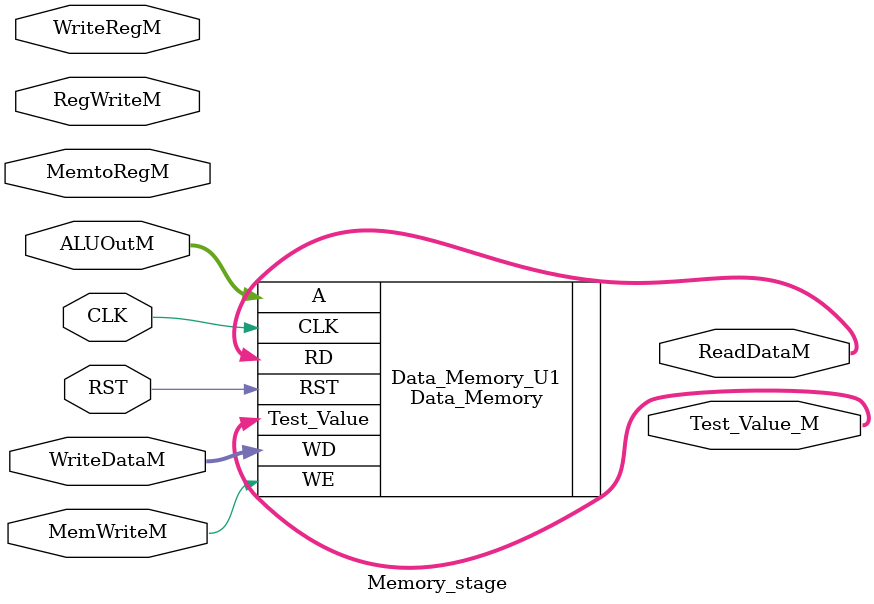
<source format=v>
module Memory_stage #(
parameter   ALUOut_width = 32 ,
            WriteData_width = 32 ,
            WriteReg_width = 5 ,
            ReadDat_width = 32 ,
            Test_Value_width =16 
) (
input wire                                   RegWriteM,
input wire                                   MemtoRegM,
input wire                                   MemWriteM,
input wire                                   CLK, RST,
input wire      [ALUOut_width-1:0]           ALUOutM,
input wire      [WriteData_width-1:0]        WriteDataM,
input wire      [WriteReg_width-1:0]         WriteRegM,

output wire                                  RegWriteM,
output wire                                  MemtoRegM,
output wire                                  MemWriteM,
output wire     [ReadDat_width-1:0]          ReadDataM,
output wire     [ALUOut_width-1:0]           ALUOutM,
output wire     [WriteReg_width-1:0]         WriteRegM,
output wire     [Test_Value_width-1:0]       Test_Value_M
);

Data_Memory #(
                .WIDTH(ALUOut_width),
                .DEPTH(100),
                .Test_Value_width(Test_Value_width) 
             ) Data_Memory_U1
(
.A(ALUOutM),
.WD(WriteDataM),
.WE(MemWriteM),
.CLK(CLK),
.RST(RST),

.RD(ReadDataM),
.Test_Value(Test_Value_M)
);
    
endmodule
</source>
